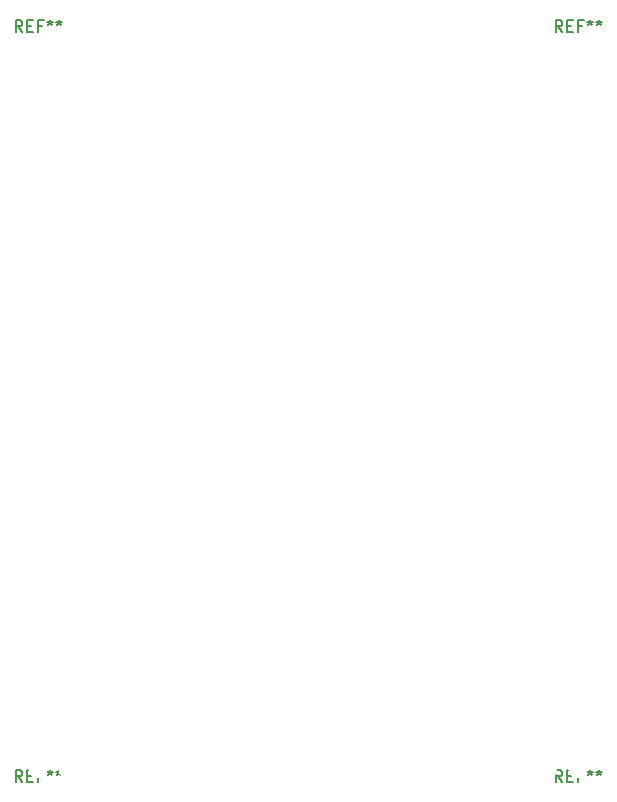
<source format=gbr>
%TF.GenerationSoftware,KiCad,Pcbnew,5.1.5-1.fc31*%
%TF.CreationDate,2020-02-21T03:52:29+01:00*%
%TF.ProjectId,board-2,626f6172-642d-4322-9e6b-696361645f70,1.0*%
%TF.SameCoordinates,PX5e78920PY70a3730*%
%TF.FileFunction,Legend,Top*%
%TF.FilePolarity,Positive*%
%FSLAX46Y46*%
G04 Gerber Fmt 4.6, Leading zero omitted, Abs format (unit mm)*
G04 Created by KiCad (PCBNEW 5.1.5-1.fc31) date 2020-02-21 03:52:29*
%MOMM*%
%LPD*%
G04 APERTURE LIST*
%ADD10C,0.150000*%
%ADD11C,2.302000*%
%ADD12C,1.626000*%
G04 APERTURE END LIST*
D10*
X46926666Y68787620D02*
X46593333Y69263810D01*
X46355238Y68787620D02*
X46355238Y69787620D01*
X46736190Y69787620D01*
X46831428Y69740000D01*
X46879047Y69692381D01*
X46926666Y69597143D01*
X46926666Y69454286D01*
X46879047Y69359048D01*
X46831428Y69311429D01*
X46736190Y69263810D01*
X46355238Y69263810D01*
X47355238Y69311429D02*
X47688571Y69311429D01*
X47831428Y68787620D02*
X47355238Y68787620D01*
X47355238Y69787620D01*
X47831428Y69787620D01*
X48593333Y69311429D02*
X48260000Y69311429D01*
X48260000Y68787620D02*
X48260000Y69787620D01*
X48736190Y69787620D01*
X49260000Y69787620D02*
X49260000Y69549524D01*
X49021904Y69644762D02*
X49260000Y69549524D01*
X49498095Y69644762D01*
X49117142Y69359048D02*
X49260000Y69549524D01*
X49402857Y69359048D01*
X50021904Y69787620D02*
X50021904Y69549524D01*
X49783809Y69644762D02*
X50021904Y69549524D01*
X50260000Y69644762D01*
X49879047Y69359048D02*
X50021904Y69549524D01*
X50164761Y69359048D01*
X1206666Y68787620D02*
X873333Y69263810D01*
X635238Y68787620D02*
X635238Y69787620D01*
X1016190Y69787620D01*
X1111428Y69740000D01*
X1159047Y69692381D01*
X1206666Y69597143D01*
X1206666Y69454286D01*
X1159047Y69359048D01*
X1111428Y69311429D01*
X1016190Y69263810D01*
X635238Y69263810D01*
X1635238Y69311429D02*
X1968571Y69311429D01*
X2111428Y68787620D02*
X1635238Y68787620D01*
X1635238Y69787620D01*
X2111428Y69787620D01*
X2873333Y69311429D02*
X2540000Y69311429D01*
X2540000Y68787620D02*
X2540000Y69787620D01*
X3016190Y69787620D01*
X3540000Y69787620D02*
X3540000Y69549524D01*
X3301904Y69644762D02*
X3540000Y69549524D01*
X3778095Y69644762D01*
X3397142Y69359048D02*
X3540000Y69549524D01*
X3682857Y69359048D01*
X4301904Y69787620D02*
X4301904Y69549524D01*
X4063809Y69644762D02*
X4301904Y69549524D01*
X4540000Y69644762D01*
X4159047Y69359048D02*
X4301904Y69549524D01*
X4444761Y69359048D01*
X1206666Y5287620D02*
X873333Y5763810D01*
X635238Y5287620D02*
X635238Y6287620D01*
X1016190Y6287620D01*
X1111428Y6240000D01*
X1159047Y6192381D01*
X1206666Y6097143D01*
X1206666Y5954286D01*
X1159047Y5859048D01*
X1111428Y5811429D01*
X1016190Y5763810D01*
X635238Y5763810D01*
X1635238Y5811429D02*
X1968571Y5811429D01*
X2111428Y5287620D02*
X1635238Y5287620D01*
X1635238Y6287620D01*
X2111428Y6287620D01*
X2873333Y5811429D02*
X2540000Y5811429D01*
X2540000Y5287620D02*
X2540000Y6287620D01*
X3016190Y6287620D01*
X3540000Y6287620D02*
X3540000Y6049524D01*
X3301904Y6144762D02*
X3540000Y6049524D01*
X3778095Y6144762D01*
X3397142Y5859048D02*
X3540000Y6049524D01*
X3682857Y5859048D01*
X4301904Y6287620D02*
X4301904Y6049524D01*
X4063809Y6144762D02*
X4301904Y6049524D01*
X4540000Y6144762D01*
X4159047Y5859048D02*
X4301904Y6049524D01*
X4444761Y5859048D01*
X46926666Y5287620D02*
X46593333Y5763810D01*
X46355238Y5287620D02*
X46355238Y6287620D01*
X46736190Y6287620D01*
X46831428Y6240000D01*
X46879047Y6192381D01*
X46926666Y6097143D01*
X46926666Y5954286D01*
X46879047Y5859048D01*
X46831428Y5811429D01*
X46736190Y5763810D01*
X46355238Y5763810D01*
X47355238Y5811429D02*
X47688571Y5811429D01*
X47831428Y5287620D02*
X47355238Y5287620D01*
X47355238Y6287620D01*
X47831428Y6287620D01*
X48593333Y5811429D02*
X48260000Y5811429D01*
X48260000Y5287620D02*
X48260000Y6287620D01*
X48736190Y6287620D01*
X49260000Y6287620D02*
X49260000Y6049524D01*
X49021904Y6144762D02*
X49260000Y6049524D01*
X49498095Y6144762D01*
X49117142Y5859048D02*
X49260000Y6049524D01*
X49402857Y5859048D01*
X50021904Y6287620D02*
X50021904Y6049524D01*
X49783809Y6144762D02*
X50021904Y6049524D01*
X50260000Y6144762D01*
X49879047Y5859048D02*
X50021904Y6049524D01*
X50164761Y5859048D01*
%LPC*%
D11*
X48260000Y66040000D03*
X2540000Y66040000D03*
X2540000Y2540000D03*
X48260000Y2540000D03*
D12*
X48260000Y6350000D03*
X45720000Y6350000D03*
X43180000Y6350000D03*
X40640000Y6350000D03*
X38100000Y6350000D03*
X35560000Y6350000D03*
X33020000Y6350000D03*
X30480000Y6350000D03*
X27940000Y6350000D03*
X25400000Y6350000D03*
X22860000Y6350000D03*
X20320000Y6350000D03*
X17780000Y6350000D03*
X15240000Y6350000D03*
X12700000Y6350000D03*
X10160000Y6350000D03*
X7620000Y6350000D03*
X5080000Y6350000D03*
X2540000Y6350000D03*
X48260000Y8890000D03*
X45720000Y8890000D03*
X43180000Y8890000D03*
X40640000Y8890000D03*
X38100000Y8890000D03*
X35560000Y8890000D03*
X33020000Y8890000D03*
X30480000Y8890000D03*
X27940000Y8890000D03*
X25400000Y8890000D03*
X22860000Y8890000D03*
X20320000Y8890000D03*
X17780000Y8890000D03*
X15240000Y8890000D03*
X12700000Y8890000D03*
X10160000Y8890000D03*
X7620000Y8890000D03*
X5080000Y8890000D03*
X2540000Y8890000D03*
X48260000Y11430000D03*
X45720000Y11430000D03*
X43180000Y11430000D03*
X40640000Y11430000D03*
X38100000Y11430000D03*
X35560000Y11430000D03*
X33020000Y11430000D03*
X30480000Y11430000D03*
X27940000Y11430000D03*
X25400000Y11430000D03*
X22860000Y11430000D03*
X20320000Y11430000D03*
X17780000Y11430000D03*
X15240000Y11430000D03*
X12700000Y11430000D03*
X10160000Y11430000D03*
X7620000Y11430000D03*
X5080000Y11430000D03*
X2540000Y11430000D03*
X48260000Y13970000D03*
X45720000Y13970000D03*
X43180000Y13970000D03*
X40640000Y13970000D03*
X38100000Y13970000D03*
X35560000Y13970000D03*
X33020000Y13970000D03*
X30480000Y13970000D03*
X27940000Y13970000D03*
X25400000Y13970000D03*
X22860000Y13970000D03*
X20320000Y13970000D03*
X17780000Y13970000D03*
X15240000Y13970000D03*
X12700000Y13970000D03*
X10160000Y13970000D03*
X7620000Y13970000D03*
X5080000Y13970000D03*
X2540000Y13970000D03*
X48260000Y16510000D03*
X45720000Y16510000D03*
X43180000Y16510000D03*
X40640000Y16510000D03*
X38100000Y16510000D03*
X35560000Y16510000D03*
X33020000Y16510000D03*
X30480000Y16510000D03*
X27940000Y16510000D03*
X25400000Y16510000D03*
X22860000Y16510000D03*
X20320000Y16510000D03*
X17780000Y16510000D03*
X15240000Y16510000D03*
X12700000Y16510000D03*
X10160000Y16510000D03*
X7620000Y16510000D03*
X5080000Y16510000D03*
X2540000Y16510000D03*
X48260000Y19050000D03*
X45720000Y19050000D03*
X43180000Y19050000D03*
X40640000Y19050000D03*
X38100000Y19050000D03*
X35560000Y19050000D03*
X33020000Y19050000D03*
X30480000Y19050000D03*
X27940000Y19050000D03*
X25400000Y19050000D03*
X22860000Y19050000D03*
X20320000Y19050000D03*
X17780000Y19050000D03*
X15240000Y19050000D03*
X12700000Y19050000D03*
X10160000Y19050000D03*
X7620000Y19050000D03*
X5080000Y19050000D03*
X2540000Y19050000D03*
X48260000Y21590000D03*
X45720000Y21590000D03*
X43180000Y21590000D03*
X40640000Y21590000D03*
X38100000Y21590000D03*
X35560000Y21590000D03*
X33020000Y21590000D03*
X30480000Y21590000D03*
X27940000Y21590000D03*
X25400000Y21590000D03*
X22860000Y21590000D03*
X20320000Y21590000D03*
X17780000Y21590000D03*
X15240000Y21590000D03*
X12700000Y21590000D03*
X10160000Y21590000D03*
X7620000Y21590000D03*
X5080000Y21590000D03*
X2540000Y21590000D03*
X48260000Y24130000D03*
X45720000Y24130000D03*
X43180000Y24130000D03*
X40640000Y24130000D03*
X38100000Y24130000D03*
X35560000Y24130000D03*
X33020000Y24130000D03*
X30480000Y24130000D03*
X27940000Y24130000D03*
X25400000Y24130000D03*
X22860000Y24130000D03*
X20320000Y24130000D03*
X17780000Y24130000D03*
X15240000Y24130000D03*
X12700000Y24130000D03*
X10160000Y24130000D03*
X7620000Y24130000D03*
X5080000Y24130000D03*
X2540000Y24130000D03*
X48260000Y26670000D03*
X45720000Y26670000D03*
X43180000Y26670000D03*
X40640000Y26670000D03*
X38100000Y26670000D03*
X35560000Y26670000D03*
X33020000Y26670000D03*
X30480000Y26670000D03*
X27940000Y26670000D03*
X25400000Y26670000D03*
X22860000Y26670000D03*
X20320000Y26670000D03*
X17780000Y26670000D03*
X15240000Y26670000D03*
X12700000Y26670000D03*
X10160000Y26670000D03*
X7620000Y26670000D03*
X5080000Y26670000D03*
X2540000Y26670000D03*
X48260000Y29210000D03*
X45720000Y29210000D03*
X43180000Y29210000D03*
X40640000Y29210000D03*
X38100000Y29210000D03*
X35560000Y29210000D03*
X33020000Y29210000D03*
X30480000Y29210000D03*
X27940000Y29210000D03*
X25400000Y29210000D03*
X22860000Y29210000D03*
X20320000Y29210000D03*
X17780000Y29210000D03*
X15240000Y29210000D03*
X12700000Y29210000D03*
X10160000Y29210000D03*
X7620000Y29210000D03*
X5080000Y29210000D03*
X2540000Y29210000D03*
X48260000Y31750000D03*
X45720000Y31750000D03*
X43180000Y31750000D03*
X40640000Y31750000D03*
X38100000Y31750000D03*
X35560000Y31750000D03*
X33020000Y31750000D03*
X30480000Y31750000D03*
X27940000Y31750000D03*
X25400000Y31750000D03*
X22860000Y31750000D03*
X20320000Y31750000D03*
X17780000Y31750000D03*
X15240000Y31750000D03*
X12700000Y31750000D03*
X10160000Y31750000D03*
X7620000Y31750000D03*
X5080000Y31750000D03*
X2540000Y31750000D03*
X48260000Y34290000D03*
X45720000Y34290000D03*
X43180000Y34290000D03*
X40640000Y34290000D03*
X38100000Y34290000D03*
X35560000Y34290000D03*
X33020000Y34290000D03*
X30480000Y34290000D03*
X27940000Y34290000D03*
X25400000Y34290000D03*
X22860000Y34290000D03*
X20320000Y34290000D03*
X17780000Y34290000D03*
X15240000Y34290000D03*
X12700000Y34290000D03*
X10160000Y34290000D03*
X7620000Y34290000D03*
X5080000Y34290000D03*
X2540000Y34290000D03*
X48260000Y36830000D03*
X45720000Y36830000D03*
X43180000Y36830000D03*
X40640000Y36830000D03*
X38100000Y36830000D03*
X35560000Y36830000D03*
X33020000Y36830000D03*
X30480000Y36830000D03*
X27940000Y36830000D03*
X25400000Y36830000D03*
X22860000Y36830000D03*
X20320000Y36830000D03*
X17780000Y36830000D03*
X15240000Y36830000D03*
X12700000Y36830000D03*
X10160000Y36830000D03*
X7620000Y36830000D03*
X5080000Y36830000D03*
X2540000Y36830000D03*
X48260000Y39370000D03*
X45720000Y39370000D03*
X43180000Y39370000D03*
X40640000Y39370000D03*
X38100000Y39370000D03*
X35560000Y39370000D03*
X33020000Y39370000D03*
X30480000Y39370000D03*
X27940000Y39370000D03*
X25400000Y39370000D03*
X22860000Y39370000D03*
X20320000Y39370000D03*
X17780000Y39370000D03*
X15240000Y39370000D03*
X12700000Y39370000D03*
X10160000Y39370000D03*
X7620000Y39370000D03*
X5080000Y39370000D03*
X2540000Y39370000D03*
X48260000Y41910000D03*
X45720000Y41910000D03*
X43180000Y41910000D03*
X40640000Y41910000D03*
X38100000Y41910000D03*
X35560000Y41910000D03*
X33020000Y41910000D03*
X30480000Y41910000D03*
X27940000Y41910000D03*
X25400000Y41910000D03*
X22860000Y41910000D03*
X20320000Y41910000D03*
X17780000Y41910000D03*
X15240000Y41910000D03*
X12700000Y41910000D03*
X10160000Y41910000D03*
X7620000Y41910000D03*
X5080000Y41910000D03*
X2540000Y41910000D03*
X48260000Y44450000D03*
X45720000Y44450000D03*
X43180000Y44450000D03*
X40640000Y44450000D03*
X38100000Y44450000D03*
X35560000Y44450000D03*
X33020000Y44450000D03*
X30480000Y44450000D03*
X27940000Y44450000D03*
X25400000Y44450000D03*
X22860000Y44450000D03*
X20320000Y44450000D03*
X17780000Y44450000D03*
X15240000Y44450000D03*
X12700000Y44450000D03*
X10160000Y44450000D03*
X7620000Y44450000D03*
X5080000Y44450000D03*
X2540000Y44450000D03*
X48260000Y46990000D03*
X45720000Y46990000D03*
X43180000Y46990000D03*
X40640000Y46990000D03*
X38100000Y46990000D03*
X35560000Y46990000D03*
X33020000Y46990000D03*
X30480000Y46990000D03*
X27940000Y46990000D03*
X25400000Y46990000D03*
X22860000Y46990000D03*
X20320000Y46990000D03*
X17780000Y46990000D03*
X15240000Y46990000D03*
X12700000Y46990000D03*
X10160000Y46990000D03*
X7620000Y46990000D03*
X5080000Y46990000D03*
X2540000Y46990000D03*
X48260000Y49530000D03*
X45720000Y49530000D03*
X43180000Y49530000D03*
X40640000Y49530000D03*
X38100000Y49530000D03*
X35560000Y49530000D03*
X33020000Y49530000D03*
X30480000Y49530000D03*
X27940000Y49530000D03*
X25400000Y49530000D03*
X22860000Y49530000D03*
X20320000Y49530000D03*
X17780000Y49530000D03*
X15240000Y49530000D03*
X12700000Y49530000D03*
X10160000Y49530000D03*
X7620000Y49530000D03*
X5080000Y49530000D03*
X2540000Y49530000D03*
X48260000Y52070000D03*
X45720000Y52070000D03*
X43180000Y52070000D03*
X40640000Y52070000D03*
X38100000Y52070000D03*
X35560000Y52070000D03*
X33020000Y52070000D03*
X30480000Y52070000D03*
X27940000Y52070000D03*
X25400000Y52070000D03*
X22860000Y52070000D03*
X20320000Y52070000D03*
X17780000Y52070000D03*
X15240000Y52070000D03*
X12700000Y52070000D03*
X10160000Y52070000D03*
X7620000Y52070000D03*
X5080000Y52070000D03*
X2540000Y52070000D03*
X48260000Y54610000D03*
X45720000Y54610000D03*
X43180000Y54610000D03*
X40640000Y54610000D03*
X38100000Y54610000D03*
X35560000Y54610000D03*
X33020000Y54610000D03*
X30480000Y54610000D03*
X27940000Y54610000D03*
X25400000Y54610000D03*
X22860000Y54610000D03*
X20320000Y54610000D03*
X17780000Y54610000D03*
X15240000Y54610000D03*
X12700000Y54610000D03*
X10160000Y54610000D03*
X7620000Y54610000D03*
X5080000Y54610000D03*
X2540000Y54610000D03*
X48260000Y57150000D03*
X45720000Y57150000D03*
X43180000Y57150000D03*
X40640000Y57150000D03*
X38100000Y57150000D03*
X35560000Y57150000D03*
X33020000Y57150000D03*
X30480000Y57150000D03*
X27940000Y57150000D03*
X25400000Y57150000D03*
X22860000Y57150000D03*
X20320000Y57150000D03*
X17780000Y57150000D03*
X15240000Y57150000D03*
X12700000Y57150000D03*
X10160000Y57150000D03*
X7620000Y57150000D03*
X5080000Y57150000D03*
X2540000Y57150000D03*
X48260000Y59690000D03*
X45720000Y59690000D03*
X43180000Y59690000D03*
X40640000Y59690000D03*
X38100000Y59690000D03*
X35560000Y59690000D03*
X33020000Y59690000D03*
X30480000Y59690000D03*
X27940000Y59690000D03*
X25400000Y59690000D03*
X22860000Y59690000D03*
X20320000Y59690000D03*
X17780000Y59690000D03*
X15240000Y59690000D03*
X12700000Y59690000D03*
X10160000Y59690000D03*
X7620000Y59690000D03*
X5080000Y59690000D03*
X2540000Y59690000D03*
X48260000Y62230000D03*
X45720000Y62230000D03*
X43180000Y62230000D03*
X40640000Y62230000D03*
X38100000Y62230000D03*
X35560000Y62230000D03*
X33020000Y62230000D03*
X30480000Y62230000D03*
X27940000Y62230000D03*
X25400000Y62230000D03*
X22860000Y62230000D03*
X20320000Y62230000D03*
X17780000Y62230000D03*
X15240000Y62230000D03*
X12700000Y62230000D03*
X10160000Y62230000D03*
X7620000Y62230000D03*
X5080000Y62230000D03*
X2540000Y62230000D03*
M02*

</source>
